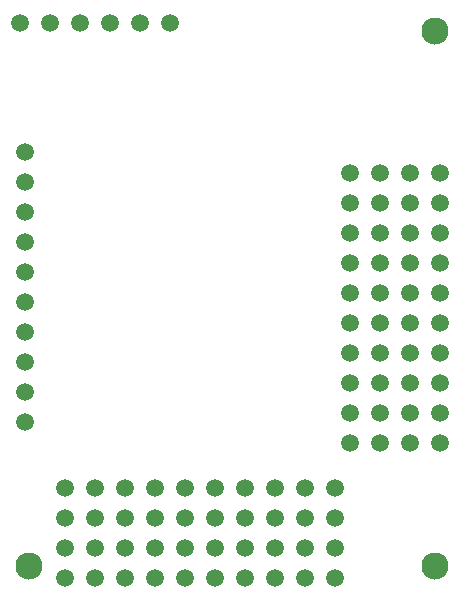
<source format=gbs>
G04 (created by PCBNEW (25-Oct-2014 BZR 4029)-stable) date Tue 06 Oct 2015 06:54:11 PM EDT*
%MOIN*%
G04 Gerber Fmt 3.4, Leading zero omitted, Abs format*
%FSLAX34Y34*%
G01*
G70*
G90*
G04 APERTURE LIST*
%ADD10C,0.00590551*%
%ADD11C,0.0590551*%
%ADD12C,0.0905512*%
G04 APERTURE END LIST*
G54D10*
G54D11*
X71500Y-40000D03*
X70500Y-40000D03*
X69500Y-40000D03*
X72500Y-40000D03*
X73500Y-40000D03*
X74500Y-40000D03*
X71000Y-56500D03*
X71000Y-55500D03*
X71000Y-57500D03*
X71000Y-58500D03*
X72000Y-56500D03*
X72000Y-55500D03*
X72000Y-57500D03*
X72000Y-58500D03*
X73000Y-56500D03*
X73000Y-55500D03*
X73000Y-57500D03*
X73000Y-58500D03*
X74000Y-56500D03*
X74000Y-55500D03*
X74000Y-57500D03*
X74000Y-58500D03*
X75000Y-56500D03*
X75000Y-55500D03*
X75000Y-57500D03*
X75000Y-58500D03*
X76000Y-56500D03*
X76000Y-55500D03*
X76000Y-57500D03*
X76000Y-58500D03*
X77000Y-56500D03*
X77000Y-55500D03*
X77000Y-57500D03*
X77000Y-58500D03*
X79000Y-56500D03*
X79000Y-55500D03*
X79000Y-57500D03*
X79000Y-58500D03*
X81500Y-46000D03*
X80500Y-46000D03*
X82500Y-46000D03*
X83500Y-46000D03*
X81500Y-47000D03*
X80500Y-47000D03*
X82500Y-47000D03*
X83500Y-47000D03*
X81500Y-45000D03*
X80500Y-45000D03*
X82500Y-45000D03*
X83500Y-45000D03*
X81500Y-48000D03*
X80500Y-48000D03*
X82500Y-48000D03*
X83500Y-48000D03*
X81500Y-49000D03*
X80500Y-49000D03*
X82500Y-49000D03*
X83500Y-49000D03*
X81500Y-50000D03*
X80500Y-50000D03*
X82500Y-50000D03*
X83500Y-50000D03*
X81500Y-51000D03*
X80500Y-51000D03*
X82500Y-51000D03*
X83500Y-51000D03*
X81500Y-52000D03*
X80500Y-52000D03*
X82500Y-52000D03*
X83500Y-52000D03*
X81500Y-53000D03*
X80500Y-53000D03*
X82500Y-53000D03*
X83500Y-53000D03*
X81500Y-54000D03*
X80500Y-54000D03*
X82500Y-54000D03*
X83500Y-54000D03*
X78000Y-56500D03*
X78000Y-55500D03*
X78000Y-57500D03*
X78000Y-58500D03*
X80000Y-56500D03*
X80000Y-55500D03*
X80000Y-57500D03*
X80000Y-58500D03*
X69685Y-49318D03*
X69685Y-50318D03*
X69685Y-51318D03*
X69685Y-52318D03*
X69685Y-53318D03*
X69685Y-48318D03*
X69685Y-47318D03*
X69685Y-46318D03*
X69685Y-45318D03*
X69685Y-44318D03*
G54D12*
X83346Y-40275D03*
X83346Y-58110D03*
X69803Y-58110D03*
M02*

</source>
